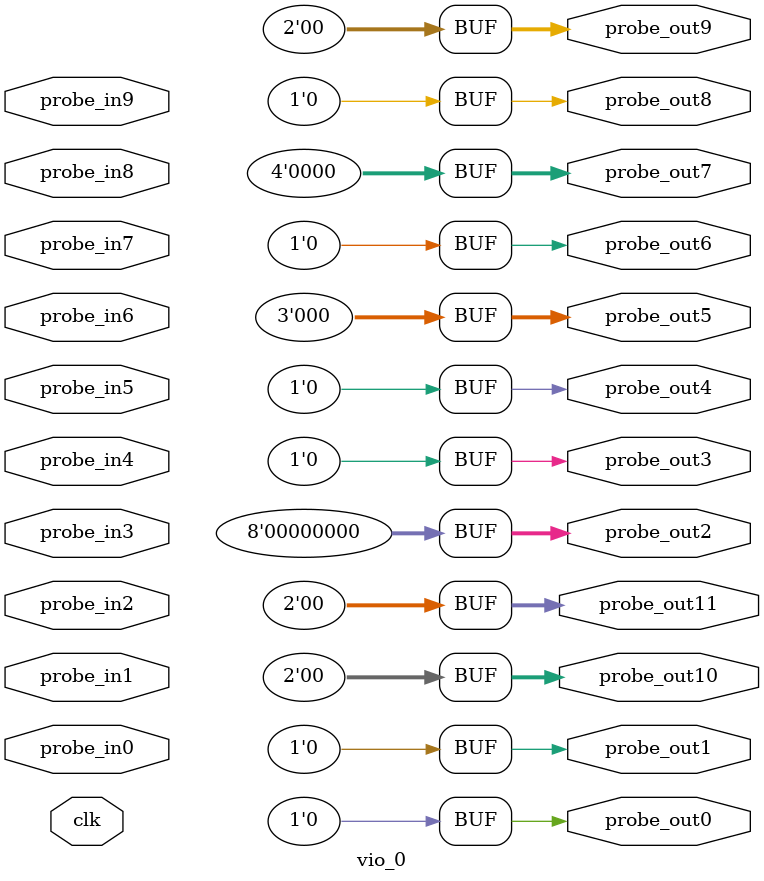
<source format=v>
`timescale 1ns / 1ps
module vio_0 (
clk,
probe_in0,probe_in1,probe_in2,probe_in3,probe_in4,probe_in5,probe_in6,probe_in7,probe_in8,probe_in9,
probe_out0,
probe_out1,
probe_out2,
probe_out3,
probe_out4,
probe_out5,
probe_out6,
probe_out7,
probe_out8,
probe_out9,
probe_out10,
probe_out11
);

input clk;
input [8 : 0] probe_in0;
input [7 : 0] probe_in1;
input [7 : 0] probe_in2;
input [7 : 0] probe_in3;
input [7 : 0] probe_in4;
input [0 : 0] probe_in5;
input [0 : 0] probe_in6;
input [3 : 0] probe_in7;
input [7 : 0] probe_in8;
input [8 : 0] probe_in9;

output reg [0 : 0] probe_out0 = 'h0 ;
output reg [0 : 0] probe_out1 = 'h0 ;
output reg [7 : 0] probe_out2 = 'h00 ;
output reg [0 : 0] probe_out3 = 'h0 ;
output reg [0 : 0] probe_out4 = 'h0 ;
output reg [2 : 0] probe_out5 = 'h0 ;
output reg [0 : 0] probe_out6 = 'h0 ;
output reg [3 : 0] probe_out7 = 'h0 ;
output reg [0 : 0] probe_out8 = 'h0 ;
output reg [1 : 0] probe_out9 = 'h0 ;
output reg [1 : 0] probe_out10 = 'h0 ;
output reg [1 : 0] probe_out11 = 'h0 ;


endmodule

</source>
